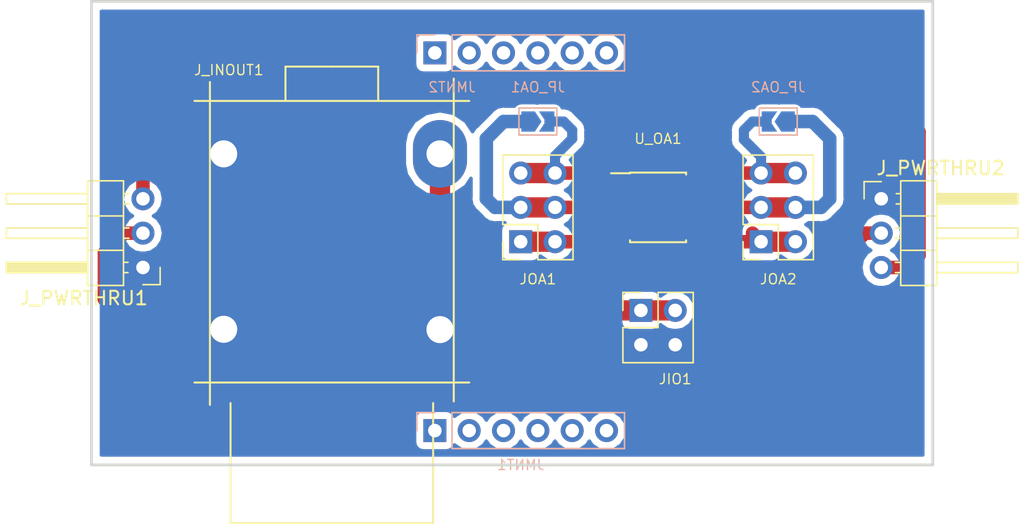
<source format=kicad_pcb>
(kicad_pcb (version 20171130) (host pcbnew "(5.0.0-3-g5ebb6b6)")

  (general
    (thickness 1.6)
    (drawings 4)
    (tracks 76)
    (zones 0)
    (modules 11)
    (nets 11)
  )

  (page A4)
  (layers
    (0 F.Cu signal)
    (31 B.Cu signal)
    (32 B.Adhes user)
    (33 F.Adhes user)
    (34 B.Paste user)
    (35 F.Paste user)
    (36 B.SilkS user)
    (37 F.SilkS user)
    (38 B.Mask user)
    (39 F.Mask user)
    (40 Dwgs.User user)
    (41 Cmts.User user)
    (42 Eco1.User user)
    (43 Eco2.User user)
    (44 Edge.Cuts user)
    (45 Margin user)
    (46 B.CrtYd user hide)
    (47 F.CrtYd user hide)
    (48 B.Fab user hide)
    (49 F.Fab user hide)
  )

  (setup
    (last_trace_width 0.25)
    (user_trace_width 0.5)
    (user_trace_width 0.75)
    (user_trace_width 1)
    (user_trace_width 1.5)
    (trace_clearance 0.2)
    (zone_clearance 0.508)
    (zone_45_only no)
    (trace_min 0.2)
    (segment_width 0.2)
    (edge_width 0.15)
    (via_size 0.8)
    (via_drill 0.4)
    (via_min_size 0.4)
    (via_min_drill 0.3)
    (uvia_size 0.3)
    (uvia_drill 0.1)
    (uvias_allowed no)
    (uvia_min_size 0.2)
    (uvia_min_drill 0.1)
    (pcb_text_width 0.3)
    (pcb_text_size 1.5 1.5)
    (mod_edge_width 0.15)
    (mod_text_size 0.75 0.75)
    (mod_text_width 0.1)
    (pad_size 1.524 1.524)
    (pad_drill 0.762)
    (pad_to_mask_clearance 0.2)
    (aux_axis_origin 0 0)
    (visible_elements FFFFFF7F)
    (pcbplotparams
      (layerselection 0x010fc_ffffffff)
      (usegerberextensions false)
      (usegerberattributes false)
      (usegerberadvancedattributes false)
      (creategerberjobfile false)
      (excludeedgelayer true)
      (linewidth 0.100000)
      (plotframeref false)
      (viasonmask false)
      (mode 1)
      (useauxorigin false)
      (hpglpennumber 1)
      (hpglpenspeed 20)
      (hpglpendiameter 15.000000)
      (psnegative false)
      (psa4output false)
      (plotreference true)
      (plotvalue true)
      (plotinvisibletext false)
      (padsonsilk false)
      (subtractmaskfromsilk false)
      (outputformat 1)
      (mirror false)
      (drillshape 1)
      (scaleselection 1)
      (outputdirectory ""))
  )

  (net 0 "")
  (net 1 /GND)
  (net 2 /INOUT)
  (net 3 /-5V)
  (net 4 /+5V)
  (net 5 /OAPA)
  (net 6 /OAMA)
  (net 7 /OAOA)
  (net 8 /OAOB)
  (net 9 /OAMB)
  (net 10 /OAPB)

  (net_class Default "This is the default net class."
    (clearance 0.2)
    (trace_width 0.25)
    (via_dia 0.8)
    (via_drill 0.4)
    (uvia_dia 0.3)
    (uvia_drill 0.1)
    (add_net /+5V)
    (add_net /-5V)
    (add_net /GND)
    (add_net /INOUT)
    (add_net /OAMA)
    (add_net /OAMB)
    (add_net /OAOA)
    (add_net /OAOB)
    (add_net /OAPA)
    (add_net /OAPB)
  )

  (module custom_sockets:JackSocket_Mono_PCB (layer F.Cu) (tedit 599F701A) (tstamp 5C77743A)
    (at 118.11 83.82)
    (path /5C6B5D7F)
    (fp_text reference J_INOUT1 (at -7.62 -12.7 180) (layer F.SilkS)
      (effects (font (size 0.75 0.75) (thickness 0.1)))
    )
    (fp_text value JACK__MONO_2P_NC (at 0.0635 13.2715) (layer F.Fab)
      (effects (font (size 1 1) (thickness 0.15)))
    )
    (fp_line (start 0 -12.954) (end -3.429 -12.954) (layer F.SilkS) (width 0.15))
    (fp_line (start -3.429 -12.954) (end -3.429 -10.414) (layer F.SilkS) (width 0.15))
    (fp_line (start 0 -12.954) (end 3.429 -12.954) (layer F.SilkS) (width 0.15))
    (fp_line (start 3.429 -12.954) (end 3.429 -10.414) (layer F.SilkS) (width 0.15))
    (fp_line (start -10.16 10.414) (end 10.16 10.414) (layer F.SilkS) (width 0.15))
    (fp_line (start -10.16 -10.414) (end 10.16 -10.414) (layer F.SilkS) (width 0.15))
    (fp_line (start -7.493 11.938) (end -7.493 20.828) (layer F.SilkS) (width 0.15))
    (fp_line (start -7.493 20.828) (end 7.493 20.828) (layer F.SilkS) (width 0.15))
    (fp_line (start 7.493 20.828) (end 7.493 11.938) (layer F.SilkS) (width 0.15))
    (fp_line (start 9.017 -12.065) (end 9.017 11.811) (layer F.SilkS) (width 0.15))
    (fp_line (start -9.017 -11.811) (end -9.017 12.065) (layer F.SilkS) (width 0.15))
    (pad 2 thru_hole oval (at -8 -6.5) (size 4 5) (drill 2) (layers *.Cu *.Mask)
      (net 1 /GND))
    (pad 1 thru_hole oval (at 8 -6.5) (size 4 5) (drill 2) (layers *.Cu *.Mask)
      (net 2 /INOUT))
    (pad 4 thru_hole oval (at 8 6.5) (size 4 5) (drill 2) (layers *.Cu *.Mask)
      (net 1 /GND))
    (pad 3 thru_hole oval (at -8 6.477) (size 4 5) (drill 2) (layers *.Cu *.Mask)
      (net 1 /GND))
    (model ${KIPRJMOD}/lib/3D/3D+File+NRJ4HF.stp
      (offset (xyz -2 -11 0))
      (scale (xyz 1.3 1.3 1))
      (rotate (xyz -90 0 0))
    )
  )

  (module Connector_PinSocket_2.54mm:PinSocket_2x02_P2.54mm_Vertical (layer F.Cu) (tedit 5A19A426) (tstamp 5C777482)
    (at 140.97 88.9 90)
    (descr "Through hole straight socket strip, 2x02, 2.54mm pitch, double cols (from Kicad 4.0.7), script generated")
    (tags "Through hole socket strip THT 2x02 2.54mm double row")
    (path /5C6B67ED)
    (fp_text reference JIO1 (at -5.08 2.54 180) (layer F.SilkS)
      (effects (font (size 0.75 0.75) (thickness 0.1)))
    )
    (fp_text value Conn_02x02_Odd_Even (at -1.27 5.31 90) (layer F.Fab)
      (effects (font (size 1 1) (thickness 0.15)))
    )
    (fp_line (start -3.81 -1.27) (end 0.27 -1.27) (layer F.Fab) (width 0.1))
    (fp_line (start 0.27 -1.27) (end 1.27 -0.27) (layer F.Fab) (width 0.1))
    (fp_line (start 1.27 -0.27) (end 1.27 3.81) (layer F.Fab) (width 0.1))
    (fp_line (start 1.27 3.81) (end -3.81 3.81) (layer F.Fab) (width 0.1))
    (fp_line (start -3.81 3.81) (end -3.81 -1.27) (layer F.Fab) (width 0.1))
    (fp_line (start -3.87 -1.33) (end -1.27 -1.33) (layer F.SilkS) (width 0.12))
    (fp_line (start -3.87 -1.33) (end -3.87 3.87) (layer F.SilkS) (width 0.12))
    (fp_line (start -3.87 3.87) (end 1.33 3.87) (layer F.SilkS) (width 0.12))
    (fp_line (start 1.33 1.27) (end 1.33 3.87) (layer F.SilkS) (width 0.12))
    (fp_line (start -1.27 1.27) (end 1.33 1.27) (layer F.SilkS) (width 0.12))
    (fp_line (start -1.27 -1.33) (end -1.27 1.27) (layer F.SilkS) (width 0.12))
    (fp_line (start 1.33 -1.33) (end 1.33 0) (layer F.SilkS) (width 0.12))
    (fp_line (start 0 -1.33) (end 1.33 -1.33) (layer F.SilkS) (width 0.12))
    (fp_line (start -4.34 -1.8) (end 1.76 -1.8) (layer F.CrtYd) (width 0.05))
    (fp_line (start 1.76 -1.8) (end 1.76 4.3) (layer F.CrtYd) (width 0.05))
    (fp_line (start 1.76 4.3) (end -4.34 4.3) (layer F.CrtYd) (width 0.05))
    (fp_line (start -4.34 4.3) (end -4.34 -1.8) (layer F.CrtYd) (width 0.05))
    (fp_text user %R (at -1.27 1.27 180) (layer F.Fab)
      (effects (font (size 1 1) (thickness 0.15)))
    )
    (pad 1 thru_hole rect (at 0 0 90) (size 1.7 1.7) (drill 1) (layers *.Cu *.Mask)
      (net 2 /INOUT))
    (pad 2 thru_hole oval (at -2.54 0 90) (size 1.7 1.7) (drill 1) (layers *.Cu *.Mask)
      (net 1 /GND))
    (pad 3 thru_hole oval (at 0 2.54 90) (size 1.7 1.7) (drill 1) (layers *.Cu *.Mask)
      (net 2 /INOUT))
    (pad 4 thru_hole oval (at -2.54 2.54 90) (size 1.7 1.7) (drill 1) (layers *.Cu *.Mask)
      (net 1 /GND))
    (model ${KISYS3DMOD}/Connector_PinSocket_2.54mm.3dshapes/PinSocket_2x02_P2.54mm_Vertical.wrl
      (at (xyz 0 0 0))
      (scale (xyz 1 1 1))
      (rotate (xyz 0 0 0))
    )
  )

  (module Connector_PinHeader_2.54mm:PinHeader_1x06_P2.54mm_Vertical (layer B.Cu) (tedit 59FED5CC) (tstamp 5C77749C)
    (at 125.73 97.79 270)
    (descr "Through hole straight pin header, 1x06, 2.54mm pitch, single row")
    (tags "Through hole pin header THT 1x06 2.54mm single row")
    (path /5C6CC51A)
    (fp_text reference JMNT1 (at 2.54 -6.35 180) (layer B.SilkS)
      (effects (font (size 0.75 0.75) (thickness 0.1)) (justify mirror))
    )
    (fp_text value Conn_01x06 (at 0 -15.03 270) (layer B.Fab)
      (effects (font (size 1 1) (thickness 0.15)) (justify mirror))
    )
    (fp_text user %R (at 0 -6.35 180) (layer B.Fab)
      (effects (font (size 1 1) (thickness 0.15)) (justify mirror))
    )
    (fp_line (start 1.8 1.8) (end -1.8 1.8) (layer B.CrtYd) (width 0.05))
    (fp_line (start 1.8 -14.5) (end 1.8 1.8) (layer B.CrtYd) (width 0.05))
    (fp_line (start -1.8 -14.5) (end 1.8 -14.5) (layer B.CrtYd) (width 0.05))
    (fp_line (start -1.8 1.8) (end -1.8 -14.5) (layer B.CrtYd) (width 0.05))
    (fp_line (start -1.33 1.33) (end 0 1.33) (layer B.SilkS) (width 0.12))
    (fp_line (start -1.33 0) (end -1.33 1.33) (layer B.SilkS) (width 0.12))
    (fp_line (start -1.33 -1.27) (end 1.33 -1.27) (layer B.SilkS) (width 0.12))
    (fp_line (start 1.33 -1.27) (end 1.33 -14.03) (layer B.SilkS) (width 0.12))
    (fp_line (start -1.33 -1.27) (end -1.33 -14.03) (layer B.SilkS) (width 0.12))
    (fp_line (start -1.33 -14.03) (end 1.33 -14.03) (layer B.SilkS) (width 0.12))
    (fp_line (start -1.27 0.635) (end -0.635 1.27) (layer B.Fab) (width 0.1))
    (fp_line (start -1.27 -13.97) (end -1.27 0.635) (layer B.Fab) (width 0.1))
    (fp_line (start 1.27 -13.97) (end -1.27 -13.97) (layer B.Fab) (width 0.1))
    (fp_line (start 1.27 1.27) (end 1.27 -13.97) (layer B.Fab) (width 0.1))
    (fp_line (start -0.635 1.27) (end 1.27 1.27) (layer B.Fab) (width 0.1))
    (pad 6 thru_hole oval (at 0 -12.7 270) (size 1.7 1.7) (drill 1) (layers *.Cu *.Mask))
    (pad 5 thru_hole oval (at 0 -10.16 270) (size 1.7 1.7) (drill 1) (layers *.Cu *.Mask))
    (pad 4 thru_hole oval (at 0 -7.62 270) (size 1.7 1.7) (drill 1) (layers *.Cu *.Mask))
    (pad 3 thru_hole oval (at 0 -5.08 270) (size 1.7 1.7) (drill 1) (layers *.Cu *.Mask))
    (pad 2 thru_hole oval (at 0 -2.54 270) (size 1.7 1.7) (drill 1) (layers *.Cu *.Mask))
    (pad 1 thru_hole rect (at 0 0 270) (size 1.7 1.7) (drill 1) (layers *.Cu *.Mask))
    (model ${KISYS3DMOD}/Connector_PinHeader_2.54mm.3dshapes/PinHeader_1x06_P2.54mm_Vertical.wrl
      (at (xyz 0 0 0))
      (scale (xyz 1 1 1))
      (rotate (xyz 0 0 0))
    )
  )

  (module Connector_PinHeader_2.54mm:PinHeader_1x06_P2.54mm_Vertical (layer B.Cu) (tedit 59FED5CC) (tstamp 5C7774B6)
    (at 125.73 69.85 270)
    (descr "Through hole straight pin header, 1x06, 2.54mm pitch, single row")
    (tags "Through hole pin header THT 1x06 2.54mm single row")
    (path /5C6CC4DE)
    (fp_text reference JMNT2 (at 2.54 -1.27 180) (layer B.SilkS)
      (effects (font (size 0.75 0.75) (thickness 0.1)) (justify mirror))
    )
    (fp_text value Conn_01x06 (at 0 -15.03 270) (layer B.Fab)
      (effects (font (size 1 1) (thickness 0.15)) (justify mirror))
    )
    (fp_line (start -0.635 1.27) (end 1.27 1.27) (layer B.Fab) (width 0.1))
    (fp_line (start 1.27 1.27) (end 1.27 -13.97) (layer B.Fab) (width 0.1))
    (fp_line (start 1.27 -13.97) (end -1.27 -13.97) (layer B.Fab) (width 0.1))
    (fp_line (start -1.27 -13.97) (end -1.27 0.635) (layer B.Fab) (width 0.1))
    (fp_line (start -1.27 0.635) (end -0.635 1.27) (layer B.Fab) (width 0.1))
    (fp_line (start -1.33 -14.03) (end 1.33 -14.03) (layer B.SilkS) (width 0.12))
    (fp_line (start -1.33 -1.27) (end -1.33 -14.03) (layer B.SilkS) (width 0.12))
    (fp_line (start 1.33 -1.27) (end 1.33 -14.03) (layer B.SilkS) (width 0.12))
    (fp_line (start -1.33 -1.27) (end 1.33 -1.27) (layer B.SilkS) (width 0.12))
    (fp_line (start -1.33 0) (end -1.33 1.33) (layer B.SilkS) (width 0.12))
    (fp_line (start -1.33 1.33) (end 0 1.33) (layer B.SilkS) (width 0.12))
    (fp_line (start -1.8 1.8) (end -1.8 -14.5) (layer B.CrtYd) (width 0.05))
    (fp_line (start -1.8 -14.5) (end 1.8 -14.5) (layer B.CrtYd) (width 0.05))
    (fp_line (start 1.8 -14.5) (end 1.8 1.8) (layer B.CrtYd) (width 0.05))
    (fp_line (start 1.8 1.8) (end -1.8 1.8) (layer B.CrtYd) (width 0.05))
    (fp_text user %R (at 0 -6.35 180) (layer B.Fab)
      (effects (font (size 1 1) (thickness 0.15)) (justify mirror))
    )
    (pad 1 thru_hole rect (at 0 0 270) (size 1.7 1.7) (drill 1) (layers *.Cu *.Mask))
    (pad 2 thru_hole oval (at 0 -2.54 270) (size 1.7 1.7) (drill 1) (layers *.Cu *.Mask))
    (pad 3 thru_hole oval (at 0 -5.08 270) (size 1.7 1.7) (drill 1) (layers *.Cu *.Mask))
    (pad 4 thru_hole oval (at 0 -7.62 270) (size 1.7 1.7) (drill 1) (layers *.Cu *.Mask))
    (pad 5 thru_hole oval (at 0 -10.16 270) (size 1.7 1.7) (drill 1) (layers *.Cu *.Mask))
    (pad 6 thru_hole oval (at 0 -12.7 270) (size 1.7 1.7) (drill 1) (layers *.Cu *.Mask))
    (model ${KISYS3DMOD}/Connector_PinHeader_2.54mm.3dshapes/PinHeader_1x06_P2.54mm_Vertical.wrl
      (at (xyz 0 0 0))
      (scale (xyz 1 1 1))
      (rotate (xyz 0 0 0))
    )
  )

  (module Connector_PinSocket_2.54mm:PinSocket_2x03_P2.54mm_Vertical (layer F.Cu) (tedit 5A19A425) (tstamp 5C7774D2)
    (at 132.08 83.82 180)
    (descr "Through hole straight socket strip, 2x03, 2.54mm pitch, double cols (from Kicad 4.0.7), script generated")
    (tags "Through hole socket strip THT 2x03 2.54mm double row")
    (path /5C6B6A90)
    (fp_text reference JOA1 (at -1.27 -2.77 180) (layer F.SilkS)
      (effects (font (size 0.75 0.75) (thickness 0.1)))
    )
    (fp_text value Conn_02x03_Odd_Even (at -1.27 7.85 180) (layer F.Fab)
      (effects (font (size 1 1) (thickness 0.15)))
    )
    (fp_line (start -3.81 -1.27) (end 0.27 -1.27) (layer F.Fab) (width 0.1))
    (fp_line (start 0.27 -1.27) (end 1.27 -0.27) (layer F.Fab) (width 0.1))
    (fp_line (start 1.27 -0.27) (end 1.27 6.35) (layer F.Fab) (width 0.1))
    (fp_line (start 1.27 6.35) (end -3.81 6.35) (layer F.Fab) (width 0.1))
    (fp_line (start -3.81 6.35) (end -3.81 -1.27) (layer F.Fab) (width 0.1))
    (fp_line (start -3.87 -1.33) (end -1.27 -1.33) (layer F.SilkS) (width 0.12))
    (fp_line (start -3.87 -1.33) (end -3.87 6.41) (layer F.SilkS) (width 0.12))
    (fp_line (start -3.87 6.41) (end 1.33 6.41) (layer F.SilkS) (width 0.12))
    (fp_line (start 1.33 1.27) (end 1.33 6.41) (layer F.SilkS) (width 0.12))
    (fp_line (start -1.27 1.27) (end 1.33 1.27) (layer F.SilkS) (width 0.12))
    (fp_line (start -1.27 -1.33) (end -1.27 1.27) (layer F.SilkS) (width 0.12))
    (fp_line (start 1.33 -1.33) (end 1.33 0) (layer F.SilkS) (width 0.12))
    (fp_line (start 0 -1.33) (end 1.33 -1.33) (layer F.SilkS) (width 0.12))
    (fp_line (start -4.34 -1.8) (end 1.76 -1.8) (layer F.CrtYd) (width 0.05))
    (fp_line (start 1.76 -1.8) (end 1.76 6.85) (layer F.CrtYd) (width 0.05))
    (fp_line (start 1.76 6.85) (end -4.34 6.85) (layer F.CrtYd) (width 0.05))
    (fp_line (start -4.34 6.85) (end -4.34 -1.8) (layer F.CrtYd) (width 0.05))
    (fp_text user %R (at -1.27 2.54 270) (layer F.Fab)
      (effects (font (size 1 1) (thickness 0.15)))
    )
    (pad 1 thru_hole rect (at 0 0 180) (size 1.7 1.7) (drill 1) (layers *.Cu *.Mask)
      (net 5 /OAPA))
    (pad 2 thru_hole oval (at -2.54 0 180) (size 1.7 1.7) (drill 1) (layers *.Cu *.Mask)
      (net 5 /OAPA))
    (pad 3 thru_hole oval (at 0 2.54 180) (size 1.7 1.7) (drill 1) (layers *.Cu *.Mask)
      (net 6 /OAMA))
    (pad 4 thru_hole oval (at -2.54 2.54 180) (size 1.7 1.7) (drill 1) (layers *.Cu *.Mask)
      (net 6 /OAMA))
    (pad 5 thru_hole oval (at 0 5.08 180) (size 1.7 1.7) (drill 1) (layers *.Cu *.Mask)
      (net 7 /OAOA))
    (pad 6 thru_hole oval (at -2.54 5.08 180) (size 1.7 1.7) (drill 1) (layers *.Cu *.Mask)
      (net 7 /OAOA))
    (model ${KISYS3DMOD}/Connector_PinSocket_2.54mm.3dshapes/PinSocket_2x03_P2.54mm_Vertical.wrl
      (at (xyz 0 0 0))
      (scale (xyz 1 1 1))
      (rotate (xyz 0 0 0))
    )
  )

  (module Connector_PinSocket_2.54mm:PinSocket_2x03_P2.54mm_Vertical (layer F.Cu) (tedit 5A19A425) (tstamp 5C7774EE)
    (at 149.86 83.82 180)
    (descr "Through hole straight socket strip, 2x03, 2.54mm pitch, double cols (from Kicad 4.0.7), script generated")
    (tags "Through hole socket strip THT 2x03 2.54mm double row")
    (path /5C6B6ABA)
    (fp_text reference JOA2 (at -1.27 -2.77 180) (layer F.SilkS)
      (effects (font (size 0.75 0.75) (thickness 0.1)))
    )
    (fp_text value Conn_02x03_Odd_Even (at -1.27 7.85 180) (layer F.Fab)
      (effects (font (size 1 1) (thickness 0.15)))
    )
    (fp_text user %R (at -1.27 2.54 270) (layer F.Fab)
      (effects (font (size 1 1) (thickness 0.15)))
    )
    (fp_line (start -4.34 6.85) (end -4.34 -1.8) (layer F.CrtYd) (width 0.05))
    (fp_line (start 1.76 6.85) (end -4.34 6.85) (layer F.CrtYd) (width 0.05))
    (fp_line (start 1.76 -1.8) (end 1.76 6.85) (layer F.CrtYd) (width 0.05))
    (fp_line (start -4.34 -1.8) (end 1.76 -1.8) (layer F.CrtYd) (width 0.05))
    (fp_line (start 0 -1.33) (end 1.33 -1.33) (layer F.SilkS) (width 0.12))
    (fp_line (start 1.33 -1.33) (end 1.33 0) (layer F.SilkS) (width 0.12))
    (fp_line (start -1.27 -1.33) (end -1.27 1.27) (layer F.SilkS) (width 0.12))
    (fp_line (start -1.27 1.27) (end 1.33 1.27) (layer F.SilkS) (width 0.12))
    (fp_line (start 1.33 1.27) (end 1.33 6.41) (layer F.SilkS) (width 0.12))
    (fp_line (start -3.87 6.41) (end 1.33 6.41) (layer F.SilkS) (width 0.12))
    (fp_line (start -3.87 -1.33) (end -3.87 6.41) (layer F.SilkS) (width 0.12))
    (fp_line (start -3.87 -1.33) (end -1.27 -1.33) (layer F.SilkS) (width 0.12))
    (fp_line (start -3.81 6.35) (end -3.81 -1.27) (layer F.Fab) (width 0.1))
    (fp_line (start 1.27 6.35) (end -3.81 6.35) (layer F.Fab) (width 0.1))
    (fp_line (start 1.27 -0.27) (end 1.27 6.35) (layer F.Fab) (width 0.1))
    (fp_line (start 0.27 -1.27) (end 1.27 -0.27) (layer F.Fab) (width 0.1))
    (fp_line (start -3.81 -1.27) (end 0.27 -1.27) (layer F.Fab) (width 0.1))
    (pad 6 thru_hole oval (at -2.54 5.08 180) (size 1.7 1.7) (drill 1) (layers *.Cu *.Mask)
      (net 8 /OAOB))
    (pad 5 thru_hole oval (at 0 5.08 180) (size 1.7 1.7) (drill 1) (layers *.Cu *.Mask)
      (net 8 /OAOB))
    (pad 4 thru_hole oval (at -2.54 2.54 180) (size 1.7 1.7) (drill 1) (layers *.Cu *.Mask)
      (net 9 /OAMB))
    (pad 3 thru_hole oval (at 0 2.54 180) (size 1.7 1.7) (drill 1) (layers *.Cu *.Mask)
      (net 9 /OAMB))
    (pad 2 thru_hole oval (at -2.54 0 180) (size 1.7 1.7) (drill 1) (layers *.Cu *.Mask)
      (net 10 /OAPB))
    (pad 1 thru_hole rect (at 0 0 180) (size 1.7 1.7) (drill 1) (layers *.Cu *.Mask)
      (net 10 /OAPB))
    (model ${KISYS3DMOD}/Connector_PinSocket_2.54mm.3dshapes/PinSocket_2x03_P2.54mm_Vertical.wrl
      (at (xyz 0 0 0))
      (scale (xyz 1 1 1))
      (rotate (xyz 0 0 0))
    )
  )

  (module Jumper:SolderJumper-2_P1.3mm_Open_TrianglePad1.0x1.5mm (layer B.Cu) (tedit 5A64794F) (tstamp 5C7774FC)
    (at 133.35 74.93)
    (descr "SMD Solder Jumper, 1x1.5mm Triangular Pads, 0.3mm gap, open")
    (tags "solder jumper open")
    (path /5C6BBE61)
    (attr virtual)
    (fp_text reference JP_OA1 (at 0 -2.54) (layer B.SilkS)
      (effects (font (size 0.75 0.75) (thickness 0.1)) (justify mirror))
    )
    (fp_text value Jumper (at 0 -1.9) (layer B.Fab)
      (effects (font (size 1 1) (thickness 0.15)) (justify mirror))
    )
    (fp_line (start -1.4 -1) (end -1.4 1) (layer B.SilkS) (width 0.12))
    (fp_line (start 1.4 -1) (end -1.4 -1) (layer B.SilkS) (width 0.12))
    (fp_line (start 1.4 1) (end 1.4 -1) (layer B.SilkS) (width 0.12))
    (fp_line (start -1.4 1) (end 1.4 1) (layer B.SilkS) (width 0.12))
    (fp_line (start -1.65 1.25) (end 1.65 1.25) (layer B.CrtYd) (width 0.05))
    (fp_line (start -1.65 1.25) (end -1.65 -1.25) (layer B.CrtYd) (width 0.05))
    (fp_line (start 1.65 -1.25) (end 1.65 1.25) (layer B.CrtYd) (width 0.05))
    (fp_line (start 1.65 -1.25) (end -1.65 -1.25) (layer B.CrtYd) (width 0.05))
    (pad 2 smd custom (at 0.725 0) (size 0.3 0.3) (layers B.Cu B.Mask)
      (net 7 /OAOA) (zone_connect 0)
      (options (clearance outline) (anchor rect))
      (primitives
        (gr_poly (pts
           (xy -0.65 0.75) (xy 0.5 0.75) (xy 0.5 -0.75) (xy -0.65 -0.75) (xy -0.15 0)
) (width 0))
      ))
    (pad 1 smd custom (at -0.725 0) (size 0.3 0.3) (layers B.Cu B.Mask)
      (net 6 /OAMA) (zone_connect 0)
      (options (clearance outline) (anchor rect))
      (primitives
        (gr_poly (pts
           (xy -0.5 0.75) (xy 0.5 0.75) (xy 1 0) (xy 0.5 -0.75) (xy -0.5 -0.75)
) (width 0))
      ))
  )

  (module Jumper:SolderJumper-2_P1.3mm_Open_TrianglePad1.0x1.5mm (layer B.Cu) (tedit 5A64794F) (tstamp 5C77750A)
    (at 151.13 74.93 180)
    (descr "SMD Solder Jumper, 1x1.5mm Triangular Pads, 0.3mm gap, open")
    (tags "solder jumper open")
    (path /5C6BCB39)
    (attr virtual)
    (fp_text reference JP_OA2 (at 0 2.54 180) (layer B.SilkS)
      (effects (font (size 0.75 0.75) (thickness 0.1)) (justify mirror))
    )
    (fp_text value Jumper (at 0 -1.9 180) (layer B.Fab)
      (effects (font (size 1 1) (thickness 0.15)) (justify mirror))
    )
    (fp_line (start 1.65 -1.25) (end -1.65 -1.25) (layer B.CrtYd) (width 0.05))
    (fp_line (start 1.65 -1.25) (end 1.65 1.25) (layer B.CrtYd) (width 0.05))
    (fp_line (start -1.65 1.25) (end -1.65 -1.25) (layer B.CrtYd) (width 0.05))
    (fp_line (start -1.65 1.25) (end 1.65 1.25) (layer B.CrtYd) (width 0.05))
    (fp_line (start -1.4 1) (end 1.4 1) (layer B.SilkS) (width 0.12))
    (fp_line (start 1.4 1) (end 1.4 -1) (layer B.SilkS) (width 0.12))
    (fp_line (start 1.4 -1) (end -1.4 -1) (layer B.SilkS) (width 0.12))
    (fp_line (start -1.4 -1) (end -1.4 1) (layer B.SilkS) (width 0.12))
    (pad 1 smd custom (at -0.725 0 180) (size 0.3 0.3) (layers B.Cu B.Mask)
      (net 9 /OAMB) (zone_connect 0)
      (options (clearance outline) (anchor rect))
      (primitives
        (gr_poly (pts
           (xy -0.5 0.75) (xy 0.5 0.75) (xy 1 0) (xy 0.5 -0.75) (xy -0.5 -0.75)
) (width 0))
      ))
    (pad 2 smd custom (at 0.725 0 180) (size 0.3 0.3) (layers B.Cu B.Mask)
      (net 8 /OAOB) (zone_connect 0)
      (options (clearance outline) (anchor rect))
      (primitives
        (gr_poly (pts
           (xy -0.65 0.75) (xy 0.5 0.75) (xy 0.5 -0.75) (xy -0.65 -0.75) (xy -0.15 0)
) (width 0))
      ))
  )

  (module Package_SO:SOIC-8_3.9x4.9mm_P1.27mm (layer F.Cu) (tedit 5A02F2D3) (tstamp 5C777527)
    (at 142.24 81.28)
    (descr "8-Lead Plastic Small Outline (SN) - Narrow, 3.90 mm Body [SOIC] (see Microchip Packaging Specification 00000049BS.pdf)")
    (tags "SOIC 1.27")
    (path /5C6B612C)
    (attr smd)
    (fp_text reference U_OA1 (at 0 -5.08) (layer F.SilkS)
      (effects (font (size 0.75 0.75) (thickness 0.1)))
    )
    (fp_text value TL072 (at 0 3.5) (layer F.Fab)
      (effects (font (size 1 1) (thickness 0.15)))
    )
    (fp_text user %R (at 0 0) (layer F.Fab)
      (effects (font (size 1 1) (thickness 0.15)))
    )
    (fp_line (start -0.95 -2.45) (end 1.95 -2.45) (layer F.Fab) (width 0.1))
    (fp_line (start 1.95 -2.45) (end 1.95 2.45) (layer F.Fab) (width 0.1))
    (fp_line (start 1.95 2.45) (end -1.95 2.45) (layer F.Fab) (width 0.1))
    (fp_line (start -1.95 2.45) (end -1.95 -1.45) (layer F.Fab) (width 0.1))
    (fp_line (start -1.95 -1.45) (end -0.95 -2.45) (layer F.Fab) (width 0.1))
    (fp_line (start -3.73 -2.7) (end -3.73 2.7) (layer F.CrtYd) (width 0.05))
    (fp_line (start 3.73 -2.7) (end 3.73 2.7) (layer F.CrtYd) (width 0.05))
    (fp_line (start -3.73 -2.7) (end 3.73 -2.7) (layer F.CrtYd) (width 0.05))
    (fp_line (start -3.73 2.7) (end 3.73 2.7) (layer F.CrtYd) (width 0.05))
    (fp_line (start -2.075 -2.575) (end -2.075 -2.525) (layer F.SilkS) (width 0.15))
    (fp_line (start 2.075 -2.575) (end 2.075 -2.43) (layer F.SilkS) (width 0.15))
    (fp_line (start 2.075 2.575) (end 2.075 2.43) (layer F.SilkS) (width 0.15))
    (fp_line (start -2.075 2.575) (end -2.075 2.43) (layer F.SilkS) (width 0.15))
    (fp_line (start -2.075 -2.575) (end 2.075 -2.575) (layer F.SilkS) (width 0.15))
    (fp_line (start -2.075 2.575) (end 2.075 2.575) (layer F.SilkS) (width 0.15))
    (fp_line (start -2.075 -2.525) (end -3.475 -2.525) (layer F.SilkS) (width 0.15))
    (pad 1 smd rect (at -2.7 -1.905) (size 1.55 0.6) (layers F.Cu F.Paste F.Mask)
      (net 7 /OAOA))
    (pad 2 smd rect (at -2.7 -0.635) (size 1.55 0.6) (layers F.Cu F.Paste F.Mask)
      (net 6 /OAMA))
    (pad 3 smd rect (at -2.7 0.635) (size 1.55 0.6) (layers F.Cu F.Paste F.Mask)
      (net 5 /OAPA))
    (pad 4 smd rect (at -2.7 1.905) (size 1.55 0.6) (layers F.Cu F.Paste F.Mask)
      (net 3 /-5V))
    (pad 5 smd rect (at 2.7 1.905) (size 1.55 0.6) (layers F.Cu F.Paste F.Mask)
      (net 10 /OAPB))
    (pad 6 smd rect (at 2.7 0.635) (size 1.55 0.6) (layers F.Cu F.Paste F.Mask)
      (net 9 /OAMB))
    (pad 7 smd rect (at 2.7 -0.635) (size 1.55 0.6) (layers F.Cu F.Paste F.Mask)
      (net 8 /OAOB))
    (pad 8 smd rect (at 2.7 -1.905) (size 1.55 0.6) (layers F.Cu F.Paste F.Mask)
      (net 4 /+5V))
    (model ${KISYS3DMOD}/Package_SO.3dshapes/SOIC-8_3.9x4.9mm_P1.27mm.wrl
      (at (xyz 0 0 0))
      (scale (xyz 1 1 1))
      (rotate (xyz 0 0 0))
    )
  )

  (module Connector_PinHeader_2.54mm:PinHeader_1x03_P2.54mm_Horizontal (layer F.Cu) (tedit 59FED5CB) (tstamp 5C778B50)
    (at 104.14 85.725 180)
    (descr "Through hole angled pin header, 1x03, 2.54mm pitch, 6mm pin length, single row")
    (tags "Through hole angled pin header THT 1x03 2.54mm single row")
    (path /5C6C646A)
    (fp_text reference J_PWRTHRU1 (at 4.385 -2.27 180) (layer F.SilkS)
      (effects (font (size 1 1) (thickness 0.15)))
    )
    (fp_text value Conn_01x03 (at 4.385 7.35 180) (layer F.Fab)
      (effects (font (size 1 1) (thickness 0.15)))
    )
    (fp_line (start 2.135 -1.27) (end 4.04 -1.27) (layer F.Fab) (width 0.1))
    (fp_line (start 4.04 -1.27) (end 4.04 6.35) (layer F.Fab) (width 0.1))
    (fp_line (start 4.04 6.35) (end 1.5 6.35) (layer F.Fab) (width 0.1))
    (fp_line (start 1.5 6.35) (end 1.5 -0.635) (layer F.Fab) (width 0.1))
    (fp_line (start 1.5 -0.635) (end 2.135 -1.27) (layer F.Fab) (width 0.1))
    (fp_line (start -0.32 -0.32) (end 1.5 -0.32) (layer F.Fab) (width 0.1))
    (fp_line (start -0.32 -0.32) (end -0.32 0.32) (layer F.Fab) (width 0.1))
    (fp_line (start -0.32 0.32) (end 1.5 0.32) (layer F.Fab) (width 0.1))
    (fp_line (start 4.04 -0.32) (end 10.04 -0.32) (layer F.Fab) (width 0.1))
    (fp_line (start 10.04 -0.32) (end 10.04 0.32) (layer F.Fab) (width 0.1))
    (fp_line (start 4.04 0.32) (end 10.04 0.32) (layer F.Fab) (width 0.1))
    (fp_line (start -0.32 2.22) (end 1.5 2.22) (layer F.Fab) (width 0.1))
    (fp_line (start -0.32 2.22) (end -0.32 2.86) (layer F.Fab) (width 0.1))
    (fp_line (start -0.32 2.86) (end 1.5 2.86) (layer F.Fab) (width 0.1))
    (fp_line (start 4.04 2.22) (end 10.04 2.22) (layer F.Fab) (width 0.1))
    (fp_line (start 10.04 2.22) (end 10.04 2.86) (layer F.Fab) (width 0.1))
    (fp_line (start 4.04 2.86) (end 10.04 2.86) (layer F.Fab) (width 0.1))
    (fp_line (start -0.32 4.76) (end 1.5 4.76) (layer F.Fab) (width 0.1))
    (fp_line (start -0.32 4.76) (end -0.32 5.4) (layer F.Fab) (width 0.1))
    (fp_line (start -0.32 5.4) (end 1.5 5.4) (layer F.Fab) (width 0.1))
    (fp_line (start 4.04 4.76) (end 10.04 4.76) (layer F.Fab) (width 0.1))
    (fp_line (start 10.04 4.76) (end 10.04 5.4) (layer F.Fab) (width 0.1))
    (fp_line (start 4.04 5.4) (end 10.04 5.4) (layer F.Fab) (width 0.1))
    (fp_line (start 1.44 -1.33) (end 1.44 6.41) (layer F.SilkS) (width 0.12))
    (fp_line (start 1.44 6.41) (end 4.1 6.41) (layer F.SilkS) (width 0.12))
    (fp_line (start 4.1 6.41) (end 4.1 -1.33) (layer F.SilkS) (width 0.12))
    (fp_line (start 4.1 -1.33) (end 1.44 -1.33) (layer F.SilkS) (width 0.12))
    (fp_line (start 4.1 -0.38) (end 10.1 -0.38) (layer F.SilkS) (width 0.12))
    (fp_line (start 10.1 -0.38) (end 10.1 0.38) (layer F.SilkS) (width 0.12))
    (fp_line (start 10.1 0.38) (end 4.1 0.38) (layer F.SilkS) (width 0.12))
    (fp_line (start 4.1 -0.32) (end 10.1 -0.32) (layer F.SilkS) (width 0.12))
    (fp_line (start 4.1 -0.2) (end 10.1 -0.2) (layer F.SilkS) (width 0.12))
    (fp_line (start 4.1 -0.08) (end 10.1 -0.08) (layer F.SilkS) (width 0.12))
    (fp_line (start 4.1 0.04) (end 10.1 0.04) (layer F.SilkS) (width 0.12))
    (fp_line (start 4.1 0.16) (end 10.1 0.16) (layer F.SilkS) (width 0.12))
    (fp_line (start 4.1 0.28) (end 10.1 0.28) (layer F.SilkS) (width 0.12))
    (fp_line (start 1.11 -0.38) (end 1.44 -0.38) (layer F.SilkS) (width 0.12))
    (fp_line (start 1.11 0.38) (end 1.44 0.38) (layer F.SilkS) (width 0.12))
    (fp_line (start 1.44 1.27) (end 4.1 1.27) (layer F.SilkS) (width 0.12))
    (fp_line (start 4.1 2.16) (end 10.1 2.16) (layer F.SilkS) (width 0.12))
    (fp_line (start 10.1 2.16) (end 10.1 2.92) (layer F.SilkS) (width 0.12))
    (fp_line (start 10.1 2.92) (end 4.1 2.92) (layer F.SilkS) (width 0.12))
    (fp_line (start 1.042929 2.16) (end 1.44 2.16) (layer F.SilkS) (width 0.12))
    (fp_line (start 1.042929 2.92) (end 1.44 2.92) (layer F.SilkS) (width 0.12))
    (fp_line (start 1.44 3.81) (end 4.1 3.81) (layer F.SilkS) (width 0.12))
    (fp_line (start 4.1 4.7) (end 10.1 4.7) (layer F.SilkS) (width 0.12))
    (fp_line (start 10.1 4.7) (end 10.1 5.46) (layer F.SilkS) (width 0.12))
    (fp_line (start 10.1 5.46) (end 4.1 5.46) (layer F.SilkS) (width 0.12))
    (fp_line (start 1.042929 4.7) (end 1.44 4.7) (layer F.SilkS) (width 0.12))
    (fp_line (start 1.042929 5.46) (end 1.44 5.46) (layer F.SilkS) (width 0.12))
    (fp_line (start -1.27 0) (end -1.27 -1.27) (layer F.SilkS) (width 0.12))
    (fp_line (start -1.27 -1.27) (end 0 -1.27) (layer F.SilkS) (width 0.12))
    (fp_line (start -1.8 -1.8) (end -1.8 6.85) (layer F.CrtYd) (width 0.05))
    (fp_line (start -1.8 6.85) (end 10.55 6.85) (layer F.CrtYd) (width 0.05))
    (fp_line (start 10.55 6.85) (end 10.55 -1.8) (layer F.CrtYd) (width 0.05))
    (fp_line (start 10.55 -1.8) (end -1.8 -1.8) (layer F.CrtYd) (width 0.05))
    (fp_text user %R (at 2.77 2.54 270) (layer F.Fab)
      (effects (font (size 1 1) (thickness 0.15)))
    )
    (pad 1 thru_hole rect (at 0 0 180) (size 1.7 1.7) (drill 1) (layers *.Cu *.Mask)
      (net 1 /GND))
    (pad 2 thru_hole oval (at 0 2.54 180) (size 1.7 1.7) (drill 1) (layers *.Cu *.Mask)
      (net 3 /-5V))
    (pad 3 thru_hole oval (at 0 5.08 180) (size 1.7 1.7) (drill 1) (layers *.Cu *.Mask)
      (net 4 /+5V))
    (model ${KISYS3DMOD}/Connector_PinHeader_2.54mm.3dshapes/PinHeader_1x03_P2.54mm_Horizontal.wrl
      (at (xyz 0 0 0))
      (scale (xyz 1 1 1))
      (rotate (xyz 0 0 0))
    )
  )

  (module Connector_PinHeader_2.54mm:PinHeader_1x03_P2.54mm_Horizontal (layer F.Cu) (tedit 59FED5CB) (tstamp 5C778B8F)
    (at 158.75 80.645)
    (descr "Through hole angled pin header, 1x03, 2.54mm pitch, 6mm pin length, single row")
    (tags "Through hole angled pin header THT 1x03 2.54mm single row")
    (path /5C6C8976)
    (fp_text reference J_PWRTHRU2 (at 4.385 -2.27) (layer F.SilkS)
      (effects (font (size 1 1) (thickness 0.15)))
    )
    (fp_text value Conn_01x03 (at 4.385 7.35) (layer F.Fab)
      (effects (font (size 1 1) (thickness 0.15)))
    )
    (fp_text user %R (at 2.77 2.54 90) (layer F.Fab)
      (effects (font (size 1 1) (thickness 0.15)))
    )
    (fp_line (start 10.55 -1.8) (end -1.8 -1.8) (layer F.CrtYd) (width 0.05))
    (fp_line (start 10.55 6.85) (end 10.55 -1.8) (layer F.CrtYd) (width 0.05))
    (fp_line (start -1.8 6.85) (end 10.55 6.85) (layer F.CrtYd) (width 0.05))
    (fp_line (start -1.8 -1.8) (end -1.8 6.85) (layer F.CrtYd) (width 0.05))
    (fp_line (start -1.27 -1.27) (end 0 -1.27) (layer F.SilkS) (width 0.12))
    (fp_line (start -1.27 0) (end -1.27 -1.27) (layer F.SilkS) (width 0.12))
    (fp_line (start 1.042929 5.46) (end 1.44 5.46) (layer F.SilkS) (width 0.12))
    (fp_line (start 1.042929 4.7) (end 1.44 4.7) (layer F.SilkS) (width 0.12))
    (fp_line (start 10.1 5.46) (end 4.1 5.46) (layer F.SilkS) (width 0.12))
    (fp_line (start 10.1 4.7) (end 10.1 5.46) (layer F.SilkS) (width 0.12))
    (fp_line (start 4.1 4.7) (end 10.1 4.7) (layer F.SilkS) (width 0.12))
    (fp_line (start 1.44 3.81) (end 4.1 3.81) (layer F.SilkS) (width 0.12))
    (fp_line (start 1.042929 2.92) (end 1.44 2.92) (layer F.SilkS) (width 0.12))
    (fp_line (start 1.042929 2.16) (end 1.44 2.16) (layer F.SilkS) (width 0.12))
    (fp_line (start 10.1 2.92) (end 4.1 2.92) (layer F.SilkS) (width 0.12))
    (fp_line (start 10.1 2.16) (end 10.1 2.92) (layer F.SilkS) (width 0.12))
    (fp_line (start 4.1 2.16) (end 10.1 2.16) (layer F.SilkS) (width 0.12))
    (fp_line (start 1.44 1.27) (end 4.1 1.27) (layer F.SilkS) (width 0.12))
    (fp_line (start 1.11 0.38) (end 1.44 0.38) (layer F.SilkS) (width 0.12))
    (fp_line (start 1.11 -0.38) (end 1.44 -0.38) (layer F.SilkS) (width 0.12))
    (fp_line (start 4.1 0.28) (end 10.1 0.28) (layer F.SilkS) (width 0.12))
    (fp_line (start 4.1 0.16) (end 10.1 0.16) (layer F.SilkS) (width 0.12))
    (fp_line (start 4.1 0.04) (end 10.1 0.04) (layer F.SilkS) (width 0.12))
    (fp_line (start 4.1 -0.08) (end 10.1 -0.08) (layer F.SilkS) (width 0.12))
    (fp_line (start 4.1 -0.2) (end 10.1 -0.2) (layer F.SilkS) (width 0.12))
    (fp_line (start 4.1 -0.32) (end 10.1 -0.32) (layer F.SilkS) (width 0.12))
    (fp_line (start 10.1 0.38) (end 4.1 0.38) (layer F.SilkS) (width 0.12))
    (fp_line (start 10.1 -0.38) (end 10.1 0.38) (layer F.SilkS) (width 0.12))
    (fp_line (start 4.1 -0.38) (end 10.1 -0.38) (layer F.SilkS) (width 0.12))
    (fp_line (start 4.1 -1.33) (end 1.44 -1.33) (layer F.SilkS) (width 0.12))
    (fp_line (start 4.1 6.41) (end 4.1 -1.33) (layer F.SilkS) (width 0.12))
    (fp_line (start 1.44 6.41) (end 4.1 6.41) (layer F.SilkS) (width 0.12))
    (fp_line (start 1.44 -1.33) (end 1.44 6.41) (layer F.SilkS) (width 0.12))
    (fp_line (start 4.04 5.4) (end 10.04 5.4) (layer F.Fab) (width 0.1))
    (fp_line (start 10.04 4.76) (end 10.04 5.4) (layer F.Fab) (width 0.1))
    (fp_line (start 4.04 4.76) (end 10.04 4.76) (layer F.Fab) (width 0.1))
    (fp_line (start -0.32 5.4) (end 1.5 5.4) (layer F.Fab) (width 0.1))
    (fp_line (start -0.32 4.76) (end -0.32 5.4) (layer F.Fab) (width 0.1))
    (fp_line (start -0.32 4.76) (end 1.5 4.76) (layer F.Fab) (width 0.1))
    (fp_line (start 4.04 2.86) (end 10.04 2.86) (layer F.Fab) (width 0.1))
    (fp_line (start 10.04 2.22) (end 10.04 2.86) (layer F.Fab) (width 0.1))
    (fp_line (start 4.04 2.22) (end 10.04 2.22) (layer F.Fab) (width 0.1))
    (fp_line (start -0.32 2.86) (end 1.5 2.86) (layer F.Fab) (width 0.1))
    (fp_line (start -0.32 2.22) (end -0.32 2.86) (layer F.Fab) (width 0.1))
    (fp_line (start -0.32 2.22) (end 1.5 2.22) (layer F.Fab) (width 0.1))
    (fp_line (start 4.04 0.32) (end 10.04 0.32) (layer F.Fab) (width 0.1))
    (fp_line (start 10.04 -0.32) (end 10.04 0.32) (layer F.Fab) (width 0.1))
    (fp_line (start 4.04 -0.32) (end 10.04 -0.32) (layer F.Fab) (width 0.1))
    (fp_line (start -0.32 0.32) (end 1.5 0.32) (layer F.Fab) (width 0.1))
    (fp_line (start -0.32 -0.32) (end -0.32 0.32) (layer F.Fab) (width 0.1))
    (fp_line (start -0.32 -0.32) (end 1.5 -0.32) (layer F.Fab) (width 0.1))
    (fp_line (start 1.5 -0.635) (end 2.135 -1.27) (layer F.Fab) (width 0.1))
    (fp_line (start 1.5 6.35) (end 1.5 -0.635) (layer F.Fab) (width 0.1))
    (fp_line (start 4.04 6.35) (end 1.5 6.35) (layer F.Fab) (width 0.1))
    (fp_line (start 4.04 -1.27) (end 4.04 6.35) (layer F.Fab) (width 0.1))
    (fp_line (start 2.135 -1.27) (end 4.04 -1.27) (layer F.Fab) (width 0.1))
    (pad 3 thru_hole oval (at 0 5.08) (size 1.7 1.7) (drill 1) (layers *.Cu *.Mask)
      (net 4 /+5V))
    (pad 2 thru_hole oval (at 0 2.54) (size 1.7 1.7) (drill 1) (layers *.Cu *.Mask)
      (net 3 /-5V))
    (pad 1 thru_hole rect (at 0 0) (size 1.7 1.7) (drill 1) (layers *.Cu *.Mask)
      (net 1 /GND))
    (model ${KISYS3DMOD}/Connector_PinHeader_2.54mm.3dshapes/PinHeader_1x03_P2.54mm_Horizontal.wrl
      (at (xyz 0 0 0))
      (scale (xyz 1 1 1))
      (rotate (xyz 0 0 0))
    )
  )

  (gr_line (start 100.33 100.33) (end 100.33 66.04) (layer Edge.Cuts) (width 0.2))
  (gr_line (start 162.56 100.33) (end 100.33 100.33) (layer Edge.Cuts) (width 0.2))
  (gr_line (start 162.56 66.04) (end 162.56 100.33) (layer Edge.Cuts) (width 0.2))
  (gr_line (start 100.33 66.04) (end 162.56 66.04) (layer Edge.Cuts) (width 0.2))

  (segment (start 140.97 88.9) (end 143.51 88.9) (width 1.5) (layer F.Cu) (net 2))
  (segment (start 140.97 88.9) (end 131.445 88.9) (width 1.5) (layer F.Cu) (net 2))
  (segment (start 126.11 83.565) (end 126.11 77.32) (width 1.5) (layer F.Cu) (net 2))
  (segment (start 131.445 88.9) (end 126.11 83.565) (width 1.5) (layer F.Cu) (net 2))
  (segment (start 157.547919 83.185) (end 154.372919 86.36) (width 1) (layer F.Cu) (net 3))
  (segment (start 158.75 83.185) (end 157.547919 83.185) (width 1) (layer F.Cu) (net 3))
  (segment (start 139.54 84.676) (end 139.54 83.185) (width 1) (layer F.Cu) (net 3))
  (segment (start 141.224 86.36) (end 139.54 84.676) (width 1) (layer F.Cu) (net 3))
  (segment (start 149.86 86.36) (end 141.224 86.36) (width 1) (layer F.Cu) (net 3))
  (segment (start 154.372919 86.36) (end 149.86 86.36) (width 1) (layer F.Cu) (net 3))
  (segment (start 149.86 90.932) (end 149.86 86.36) (width 1) (layer F.Cu) (net 3))
  (segment (start 108.204 94.996) (end 145.796 94.996) (width 1) (layer F.Cu) (net 3))
  (segment (start 101.286919 84.641081) (end 101.286919 88.078919) (width 1) (layer F.Cu) (net 3))
  (segment (start 102.743 83.185) (end 101.286919 84.641081) (width 1) (layer F.Cu) (net 3))
  (segment (start 145.796 94.996) (end 149.86 90.932) (width 1) (layer F.Cu) (net 3))
  (segment (start 101.286919 88.078919) (end 108.204 94.996) (width 1) (layer F.Cu) (net 3))
  (segment (start 104.14 83.185) (end 102.743 83.185) (width 1) (layer F.Cu) (net 3))
  (segment (start 144.94 79.375) (end 144.94 74.516) (width 1) (layer F.Cu) (net 4))
  (segment (start 144.94 74.516) (end 148.336 71.12) (width 1) (layer F.Cu) (net 4))
  (segment (start 148.336 71.12) (end 156.972 71.12) (width 1) (layer F.Cu) (net 4))
  (segment (start 156.972 71.12) (end 161.544 75.692) (width 1) (layer F.Cu) (net 4))
  (segment (start 161.544 75.692) (end 161.544 84.836) (width 1) (layer F.Cu) (net 4))
  (segment (start 160.655 85.725) (end 158.75 85.725) (width 1) (layer F.Cu) (net 4))
  (segment (start 161.544 84.836) (end 160.655 85.725) (width 1) (layer F.Cu) (net 4))
  (segment (start 104.14 80.645) (end 104.14 76.708) (width 1) (layer F.Cu) (net 4))
  (segment (start 104.14 76.708) (end 108.712 72.136) (width 1) (layer F.Cu) (net 4))
  (segment (start 142.56 72.136) (end 144.94 74.516) (width 1) (layer F.Cu) (net 4))
  (segment (start 108.712 72.136) (end 142.56 72.136) (width 1) (layer F.Cu) (net 4))
  (segment (start 132.08 83.82) (end 134.62 83.82) (width 1.5) (layer F.Cu) (net 5))
  (segment (start 135.822081 83.82) (end 134.62 83.82) (width 1) (layer F.Cu) (net 5))
  (segment (start 136.569998 83.82) (end 135.822081 83.82) (width 1) (layer F.Cu) (net 5))
  (segment (start 138.474998 81.915) (end 136.569998 83.82) (width 1) (layer F.Cu) (net 5))
  (segment (start 139.54 81.915) (end 138.474998 81.915) (width 1) (layer F.Cu) (net 5))
  (segment (start 132.08 81.28) (end 134.62 81.28) (width 1.5) (layer F.Cu) (net 6))
  (segment (start 137.765 80.645) (end 137.13 81.28) (width 1) (layer F.Cu) (net 6))
  (segment (start 137.13 81.28) (end 134.62 81.28) (width 1) (layer F.Cu) (net 6))
  (segment (start 139.54 80.645) (end 137.765 80.645) (width 1) (layer F.Cu) (net 6))
  (segment (start 132.625 74.93) (end 130.81 74.93) (width 1) (layer B.Cu) (net 6))
  (segment (start 130.81 74.93) (end 129.54 76.2) (width 1) (layer B.Cu) (net 6))
  (segment (start 129.54 76.2) (end 129.54 80.645) (width 1) (layer B.Cu) (net 6))
  (segment (start 129.54 80.645) (end 130.175 81.28) (width 1) (layer B.Cu) (net 6))
  (segment (start 130.175 81.28) (end 132.08 81.28) (width 1) (layer B.Cu) (net 6))
  (segment (start 132.08 78.74) (end 134.62 78.74) (width 1.5) (layer F.Cu) (net 7))
  (segment (start 137.13 78.74) (end 134.62 78.74) (width 1) (layer F.Cu) (net 7))
  (segment (start 137.765 79.375) (end 137.13 78.74) (width 1) (layer F.Cu) (net 7))
  (segment (start 139.54 79.375) (end 137.765 79.375) (width 1) (layer F.Cu) (net 7))
  (segment (start 134.62 77.47) (end 135.89 76.2) (width 0.75) (layer B.Cu) (net 7))
  (segment (start 135.255 74.93) (end 134.20001 74.93) (width 0.75) (layer B.Cu) (net 7))
  (segment (start 134.62 78.74) (end 134.62 77.47) (width 0.75) (layer B.Cu) (net 7))
  (segment (start 135.89 75.565) (end 135.255 74.93) (width 0.75) (layer B.Cu) (net 7))
  (segment (start 135.89 76.2) (end 135.89 75.565) (width 0.75) (layer B.Cu) (net 7))
  (segment (start 149.86 78.74) (end 152.4 78.74) (width 1.5) (layer F.Cu) (net 8))
  (segment (start 146.715 80.645) (end 147.32 80.04) (width 1) (layer F.Cu) (net 8))
  (segment (start 144.94 80.645) (end 146.715 80.645) (width 1) (layer F.Cu) (net 8))
  (segment (start 147.32 80.04) (end 147.32 79.375) (width 1) (layer F.Cu) (net 8))
  (segment (start 147.955 78.74) (end 149.86 78.74) (width 1) (layer F.Cu) (net 8))
  (segment (start 147.32 79.375) (end 147.955 78.74) (width 1) (layer F.Cu) (net 8))
  (segment (start 149.86 78.74) (end 149.86 77.537919) (width 0.75) (layer B.Cu) (net 8))
  (segment (start 149.86 77.537919) (end 148.59 76.267919) (width 0.75) (layer B.Cu) (net 8))
  (segment (start 148.59 76.267919) (end 148.59 75.565) (width 0.75) (layer B.Cu) (net 8))
  (segment (start 148.59 75.565) (end 149.225 74.93) (width 0.75) (layer B.Cu) (net 8))
  (segment (start 149.225 74.93) (end 150.27999 74.93) (width 0.75) (layer B.Cu) (net 8))
  (segment (start 149.86 81.28) (end 152.4 81.28) (width 1.5) (layer F.Cu) (net 9))
  (segment (start 147.955 81.28) (end 149.86 81.28) (width 1) (layer F.Cu) (net 9))
  (segment (start 147.32 81.915) (end 147.955 81.28) (width 1) (layer F.Cu) (net 9))
  (segment (start 144.94 81.915) (end 147.32 81.915) (width 1) (layer F.Cu) (net 9))
  (segment (start 151.855 74.93) (end 153.67 74.93) (width 1) (layer B.Cu) (net 9))
  (segment (start 153.67 74.93) (end 154.94 76.2) (width 1) (layer B.Cu) (net 9))
  (segment (start 154.94 76.2) (end 154.94 80.645) (width 1) (layer B.Cu) (net 9))
  (segment (start 154.305 81.28) (end 152.4 81.28) (width 1) (layer B.Cu) (net 9))
  (segment (start 154.94 80.645) (end 154.305 81.28) (width 1) (layer B.Cu) (net 9))
  (segment (start 149.86 83.82) (end 152.4 83.82) (width 1.5) (layer F.Cu) (net 10))
  (segment (start 149.225 83.185) (end 149.86 83.82) (width 1) (layer F.Cu) (net 10))
  (segment (start 147.35 83.82) (end 149.86 83.82) (width 1) (layer F.Cu) (net 10))
  (segment (start 146.715 83.185) (end 147.35 83.82) (width 1) (layer F.Cu) (net 10))
  (segment (start 144.94 83.185) (end 146.715 83.185) (width 1) (layer F.Cu) (net 10))

  (zone (net 1) (net_name /GND) (layer B.Cu) (tstamp 0) (hatch edge 0.508)
    (connect_pads yes (clearance 0.508))
    (min_thickness 0.254)
    (fill yes (arc_segments 16) (thermal_gap 0.508) (thermal_bridge_width 0.508))
    (polygon
      (pts
        (xy 100.33 66.04) (xy 162.56 66.04) (xy 162.56 100.33) (xy 100.33 100.33)
      )
    )
    (filled_polygon
      (pts
        (xy 161.825001 99.595) (xy 101.065 99.595) (xy 101.065 96.94) (xy 124.23256 96.94) (xy 124.23256 98.64)
        (xy 124.281843 98.887765) (xy 124.422191 99.097809) (xy 124.632235 99.238157) (xy 124.88 99.28744) (xy 126.58 99.28744)
        (xy 126.827765 99.238157) (xy 127.037809 99.097809) (xy 127.178157 98.887765) (xy 127.187184 98.842381) (xy 127.199375 98.860625)
        (xy 127.690582 99.188839) (xy 128.123744 99.275) (xy 128.416256 99.275) (xy 128.849418 99.188839) (xy 129.340625 98.860625)
        (xy 129.54 98.562239) (xy 129.739375 98.860625) (xy 130.230582 99.188839) (xy 130.663744 99.275) (xy 130.956256 99.275)
        (xy 131.389418 99.188839) (xy 131.880625 98.860625) (xy 132.08 98.562239) (xy 132.279375 98.860625) (xy 132.770582 99.188839)
        (xy 133.203744 99.275) (xy 133.496256 99.275) (xy 133.929418 99.188839) (xy 134.420625 98.860625) (xy 134.62 98.562239)
        (xy 134.819375 98.860625) (xy 135.310582 99.188839) (xy 135.743744 99.275) (xy 136.036256 99.275) (xy 136.469418 99.188839)
        (xy 136.960625 98.860625) (xy 137.16 98.562239) (xy 137.359375 98.860625) (xy 137.850582 99.188839) (xy 138.283744 99.275)
        (xy 138.576256 99.275) (xy 139.009418 99.188839) (xy 139.500625 98.860625) (xy 139.828839 98.369418) (xy 139.944092 97.79)
        (xy 139.828839 97.210582) (xy 139.500625 96.719375) (xy 139.009418 96.391161) (xy 138.576256 96.305) (xy 138.283744 96.305)
        (xy 137.850582 96.391161) (xy 137.359375 96.719375) (xy 137.16 97.017761) (xy 136.960625 96.719375) (xy 136.469418 96.391161)
        (xy 136.036256 96.305) (xy 135.743744 96.305) (xy 135.310582 96.391161) (xy 134.819375 96.719375) (xy 134.62 97.017761)
        (xy 134.420625 96.719375) (xy 133.929418 96.391161) (xy 133.496256 96.305) (xy 133.203744 96.305) (xy 132.770582 96.391161)
        (xy 132.279375 96.719375) (xy 132.08 97.017761) (xy 131.880625 96.719375) (xy 131.389418 96.391161) (xy 130.956256 96.305)
        (xy 130.663744 96.305) (xy 130.230582 96.391161) (xy 129.739375 96.719375) (xy 129.54 97.017761) (xy 129.340625 96.719375)
        (xy 128.849418 96.391161) (xy 128.416256 96.305) (xy 128.123744 96.305) (xy 127.690582 96.391161) (xy 127.199375 96.719375)
        (xy 127.187184 96.737619) (xy 127.178157 96.692235) (xy 127.037809 96.482191) (xy 126.827765 96.341843) (xy 126.58 96.29256)
        (xy 124.88 96.29256) (xy 124.632235 96.341843) (xy 124.422191 96.482191) (xy 124.281843 96.692235) (xy 124.23256 96.94)
        (xy 101.065 96.94) (xy 101.065 88.05) (xy 139.47256 88.05) (xy 139.47256 89.75) (xy 139.521843 89.997765)
        (xy 139.662191 90.207809) (xy 139.872235 90.348157) (xy 140.12 90.39744) (xy 141.82 90.39744) (xy 142.067765 90.348157)
        (xy 142.277809 90.207809) (xy 142.418157 89.997765) (xy 142.427184 89.952381) (xy 142.439375 89.970625) (xy 142.930582 90.298839)
        (xy 143.363744 90.385) (xy 143.656256 90.385) (xy 144.089418 90.298839) (xy 144.580625 89.970625) (xy 144.908839 89.479418)
        (xy 145.024092 88.9) (xy 144.908839 88.320582) (xy 144.580625 87.829375) (xy 144.089418 87.501161) (xy 143.656256 87.415)
        (xy 143.363744 87.415) (xy 142.930582 87.501161) (xy 142.439375 87.829375) (xy 142.427184 87.847619) (xy 142.418157 87.802235)
        (xy 142.277809 87.592191) (xy 142.067765 87.451843) (xy 141.82 87.40256) (xy 140.12 87.40256) (xy 139.872235 87.451843)
        (xy 139.662191 87.592191) (xy 139.521843 87.802235) (xy 139.47256 88.05) (xy 101.065 88.05) (xy 101.065 80.645)
        (xy 102.625908 80.645) (xy 102.741161 81.224418) (xy 103.069375 81.715625) (xy 103.367761 81.915) (xy 103.069375 82.114375)
        (xy 102.741161 82.605582) (xy 102.625908 83.185) (xy 102.741161 83.764418) (xy 103.069375 84.255625) (xy 103.560582 84.583839)
        (xy 103.993744 84.67) (xy 104.286256 84.67) (xy 104.719418 84.583839) (xy 105.210625 84.255625) (xy 105.538839 83.764418)
        (xy 105.654092 83.185) (xy 105.538839 82.605582) (xy 105.210625 82.114375) (xy 104.912239 81.915) (xy 105.210625 81.715625)
        (xy 105.538839 81.224418) (xy 105.654092 80.645) (xy 105.538839 80.065582) (xy 105.210625 79.574375) (xy 104.719418 79.246161)
        (xy 104.286256 79.16) (xy 103.993744 79.16) (xy 103.560582 79.246161) (xy 103.069375 79.574375) (xy 102.741161 80.065582)
        (xy 102.625908 80.645) (xy 101.065 80.645) (xy 101.065 76.56048) (xy 123.475 76.56048) (xy 123.475 78.079521)
        (xy 123.627885 78.848126) (xy 124.210272 79.719729) (xy 125.081875 80.302115) (xy 126.11 80.506622) (xy 127.138126 80.302115)
        (xy 128.009729 79.719729) (xy 128.405001 79.128162) (xy 128.405001 80.533212) (xy 128.382765 80.645) (xy 128.470854 81.087854)
        (xy 128.470855 81.087855) (xy 128.721712 81.463289) (xy 128.81648 81.526611) (xy 129.293387 82.003518) (xy 129.356711 82.098289)
        (xy 129.710974 82.335) (xy 129.732145 82.349146) (xy 130.175 82.437235) (xy 130.286783 82.415) (xy 130.917646 82.415)
        (xy 130.772191 82.512191) (xy 130.631843 82.722235) (xy 130.58256 82.97) (xy 130.58256 84.67) (xy 130.631843 84.917765)
        (xy 130.772191 85.127809) (xy 130.982235 85.268157) (xy 131.23 85.31744) (xy 132.93 85.31744) (xy 133.177765 85.268157)
        (xy 133.387809 85.127809) (xy 133.528157 84.917765) (xy 133.537184 84.872381) (xy 133.549375 84.890625) (xy 134.040582 85.218839)
        (xy 134.473744 85.305) (xy 134.766256 85.305) (xy 135.199418 85.218839) (xy 135.690625 84.890625) (xy 136.018839 84.399418)
        (xy 136.134092 83.82) (xy 136.018839 83.240582) (xy 135.690625 82.749375) (xy 135.392239 82.55) (xy 135.690625 82.350625)
        (xy 136.018839 81.859418) (xy 136.134092 81.28) (xy 136.018839 80.700582) (xy 135.690625 80.209375) (xy 135.392239 80.01)
        (xy 135.690625 79.810625) (xy 136.018839 79.319418) (xy 136.134092 78.74) (xy 136.018839 78.160582) (xy 135.754053 77.764302)
        (xy 136.533838 76.984517) (xy 136.618169 76.928169) (xy 136.841399 76.594082) (xy 136.9 76.299476) (xy 136.9 76.299472)
        (xy 136.919786 76.200001) (xy 136.9 76.10053) (xy 136.9 75.664472) (xy 136.919786 75.565) (xy 147.560214 75.565)
        (xy 147.58 75.664471) (xy 147.58 76.168448) (xy 147.560214 76.267919) (xy 147.58 76.36739) (xy 147.58 76.367394)
        (xy 147.638601 76.662) (xy 147.861831 76.996088) (xy 147.946163 77.052437) (xy 148.698742 77.805016) (xy 148.461161 78.160582)
        (xy 148.345908 78.74) (xy 148.461161 79.319418) (xy 148.789375 79.810625) (xy 149.087761 80.01) (xy 148.789375 80.209375)
        (xy 148.461161 80.700582) (xy 148.345908 81.28) (xy 148.461161 81.859418) (xy 148.789375 82.350625) (xy 148.807619 82.362816)
        (xy 148.762235 82.371843) (xy 148.552191 82.512191) (xy 148.411843 82.722235) (xy 148.36256 82.97) (xy 148.36256 84.67)
        (xy 148.411843 84.917765) (xy 148.552191 85.127809) (xy 148.762235 85.268157) (xy 149.01 85.31744) (xy 150.71 85.31744)
        (xy 150.957765 85.268157) (xy 151.167809 85.127809) (xy 151.308157 84.917765) (xy 151.317184 84.872381) (xy 151.329375 84.890625)
        (xy 151.820582 85.218839) (xy 152.253744 85.305) (xy 152.546256 85.305) (xy 152.979418 85.218839) (xy 153.470625 84.890625)
        (xy 153.798839 84.399418) (xy 153.914092 83.82) (xy 153.798839 83.240582) (xy 153.761701 83.185) (xy 157.235908 83.185)
        (xy 157.351161 83.764418) (xy 157.679375 84.255625) (xy 157.977761 84.455) (xy 157.679375 84.654375) (xy 157.351161 85.145582)
        (xy 157.235908 85.725) (xy 157.351161 86.304418) (xy 157.679375 86.795625) (xy 158.170582 87.123839) (xy 158.603744 87.21)
        (xy 158.896256 87.21) (xy 159.329418 87.123839) (xy 159.820625 86.795625) (xy 160.148839 86.304418) (xy 160.264092 85.725)
        (xy 160.148839 85.145582) (xy 159.820625 84.654375) (xy 159.522239 84.455) (xy 159.820625 84.255625) (xy 160.148839 83.764418)
        (xy 160.264092 83.185) (xy 160.148839 82.605582) (xy 159.820625 82.114375) (xy 159.329418 81.786161) (xy 158.896256 81.7)
        (xy 158.603744 81.7) (xy 158.170582 81.786161) (xy 157.679375 82.114375) (xy 157.351161 82.605582) (xy 157.235908 83.185)
        (xy 153.761701 83.185) (xy 153.470625 82.749375) (xy 153.172239 82.55) (xy 153.374281 82.415) (xy 154.193217 82.415)
        (xy 154.305 82.437235) (xy 154.416783 82.415) (xy 154.747855 82.349146) (xy 155.123289 82.098289) (xy 155.186613 82.003518)
        (xy 155.663518 81.526613) (xy 155.758289 81.463289) (xy 156.009146 81.087855) (xy 156.075 80.756783) (xy 156.097235 80.645)
        (xy 156.075 80.533217) (xy 156.075 76.311782) (xy 156.097235 76.199999) (xy 156.009146 75.757145) (xy 155.943012 75.658169)
        (xy 155.758289 75.381711) (xy 155.663521 75.318389) (xy 154.551613 74.206482) (xy 154.488289 74.111711) (xy 154.112855 73.860854)
        (xy 153.781783 73.795) (xy 153.67 73.772765) (xy 153.558217 73.795) (xy 152.861459 73.795) (xy 152.812809 73.722191)
        (xy 152.602765 73.581843) (xy 152.355 73.53256) (xy 151.355 73.53256) (xy 151.228027 73.545133) (xy 151.192471 73.559904)
        (xy 151.055 73.53256) (xy 149.905 73.53256) (xy 149.657235 73.581843) (xy 149.447191 73.722191) (xy 149.316127 73.91834)
        (xy 149.225 73.900214) (xy 149.125528 73.92) (xy 149.125524 73.92) (xy 148.892115 73.966428) (xy 148.830917 73.978601)
        (xy 148.631705 74.111711) (xy 148.496831 74.201831) (xy 148.440482 74.286163) (xy 147.946161 74.780484) (xy 147.861832 74.836831)
        (xy 147.805485 74.92116) (xy 147.805482 74.921163) (xy 147.665372 75.130854) (xy 147.638602 75.170918) (xy 147.58 75.465524)
        (xy 147.58 75.465529) (xy 147.560214 75.565) (xy 136.919786 75.565) (xy 136.9 75.465528) (xy 136.9 75.465525)
        (xy 136.841399 75.170919) (xy 136.841399 75.170917) (xy 136.674518 74.921163) (xy 136.674517 74.921162) (xy 136.618169 74.836831)
        (xy 136.533837 74.780482) (xy 136.039518 74.286163) (xy 135.983169 74.201831) (xy 135.649082 73.978601) (xy 135.354476 73.92)
        (xy 135.354471 73.92) (xy 135.255 73.900214) (xy 135.163873 73.91834) (xy 135.032809 73.722191) (xy 134.822765 73.581843)
        (xy 134.575 73.53256) (xy 133.425 73.53256) (xy 133.306055 73.568574) (xy 133.125 73.53256) (xy 132.125 73.53256)
        (xy 131.877235 73.581843) (xy 131.667191 73.722191) (xy 131.618541 73.795) (xy 130.921782 73.795) (xy 130.809999 73.772765)
        (xy 130.568184 73.820865) (xy 130.367145 73.860854) (xy 129.991711 74.111711) (xy 129.928389 74.206479) (xy 128.816482 75.318387)
        (xy 128.721711 75.381711) (xy 128.519882 75.68377) (xy 128.009729 74.920271) (xy 127.138125 74.337885) (xy 126.11 74.133378)
        (xy 125.081874 74.337885) (xy 124.210271 74.920271) (xy 123.627885 75.791875) (xy 123.475 76.56048) (xy 101.065 76.56048)
        (xy 101.065 69) (xy 124.23256 69) (xy 124.23256 70.7) (xy 124.281843 70.947765) (xy 124.422191 71.157809)
        (xy 124.632235 71.298157) (xy 124.88 71.34744) (xy 126.58 71.34744) (xy 126.827765 71.298157) (xy 127.037809 71.157809)
        (xy 127.178157 70.947765) (xy 127.187184 70.902381) (xy 127.199375 70.920625) (xy 127.690582 71.248839) (xy 128.123744 71.335)
        (xy 128.416256 71.335) (xy 128.849418 71.248839) (xy 129.340625 70.920625) (xy 129.54 70.622239) (xy 129.739375 70.920625)
        (xy 130.230582 71.248839) (xy 130.663744 71.335) (xy 130.956256 71.335) (xy 131.389418 71.248839) (xy 131.880625 70.920625)
        (xy 132.08 70.622239) (xy 132.279375 70.920625) (xy 132.770582 71.248839) (xy 133.203744 71.335) (xy 133.496256 71.335)
        (xy 133.929418 71.248839) (xy 134.420625 70.920625) (xy 134.62 70.622239) (xy 134.819375 70.920625) (xy 135.310582 71.248839)
        (xy 135.743744 71.335) (xy 136.036256 71.335) (xy 136.469418 71.248839) (xy 136.960625 70.920625) (xy 137.16 70.622239)
        (xy 137.359375 70.920625) (xy 137.850582 71.248839) (xy 138.283744 71.335) (xy 138.576256 71.335) (xy 139.009418 71.248839)
        (xy 139.500625 70.920625) (xy 139.828839 70.429418) (xy 139.944092 69.85) (xy 139.828839 69.270582) (xy 139.500625 68.779375)
        (xy 139.009418 68.451161) (xy 138.576256 68.365) (xy 138.283744 68.365) (xy 137.850582 68.451161) (xy 137.359375 68.779375)
        (xy 137.16 69.077761) (xy 136.960625 68.779375) (xy 136.469418 68.451161) (xy 136.036256 68.365) (xy 135.743744 68.365)
        (xy 135.310582 68.451161) (xy 134.819375 68.779375) (xy 134.62 69.077761) (xy 134.420625 68.779375) (xy 133.929418 68.451161)
        (xy 133.496256 68.365) (xy 133.203744 68.365) (xy 132.770582 68.451161) (xy 132.279375 68.779375) (xy 132.08 69.077761)
        (xy 131.880625 68.779375) (xy 131.389418 68.451161) (xy 130.956256 68.365) (xy 130.663744 68.365) (xy 130.230582 68.451161)
        (xy 129.739375 68.779375) (xy 129.54 69.077761) (xy 129.340625 68.779375) (xy 128.849418 68.451161) (xy 128.416256 68.365)
        (xy 128.123744 68.365) (xy 127.690582 68.451161) (xy 127.199375 68.779375) (xy 127.187184 68.797619) (xy 127.178157 68.752235)
        (xy 127.037809 68.542191) (xy 126.827765 68.401843) (xy 126.58 68.35256) (xy 124.88 68.35256) (xy 124.632235 68.401843)
        (xy 124.422191 68.542191) (xy 124.281843 68.752235) (xy 124.23256 69) (xy 101.065 69) (xy 101.065 66.775)
        (xy 161.825 66.775)
      )
    )
  )
)

</source>
